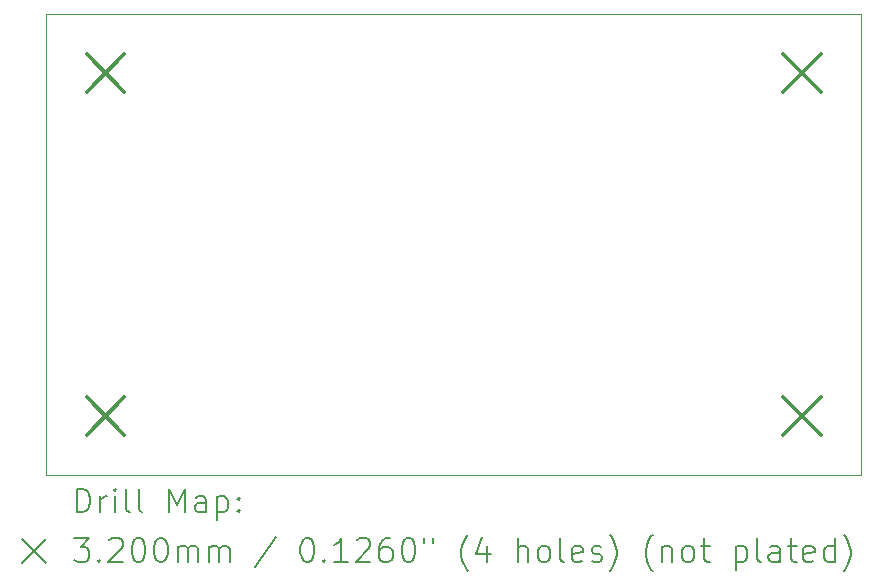
<source format=gbr>
%TF.GenerationSoftware,KiCad,Pcbnew,8.0.0*%
%TF.CreationDate,2024-03-03T11:25:23+11:00*%
%TF.ProjectId,BatteryCharger,42617474-6572-4794-9368-61726765722e,rev?*%
%TF.SameCoordinates,Original*%
%TF.FileFunction,Drillmap*%
%TF.FilePolarity,Positive*%
%FSLAX45Y45*%
G04 Gerber Fmt 4.5, Leading zero omitted, Abs format (unit mm)*
G04 Created by KiCad (PCBNEW 8.0.0) date 2024-03-03 11:25:23*
%MOMM*%
%LPD*%
G01*
G04 APERTURE LIST*
%ADD10C,0.100000*%
%ADD11C,0.200000*%
%ADD12C,0.320000*%
G04 APERTURE END LIST*
D10*
X9400000Y-8500000D02*
X16300000Y-8500000D01*
X16300000Y-12400000D01*
X9400000Y-12400000D01*
X9400000Y-8500000D01*
D11*
D12*
X9740000Y-8840000D02*
X10060000Y-9160000D01*
X10060000Y-8840000D02*
X9740000Y-9160000D01*
X9740000Y-11740000D02*
X10060000Y-12060000D01*
X10060000Y-11740000D02*
X9740000Y-12060000D01*
X15640000Y-8840000D02*
X15960000Y-9160000D01*
X15960000Y-8840000D02*
X15640000Y-9160000D01*
X15640000Y-11740000D02*
X15960000Y-12060000D01*
X15960000Y-11740000D02*
X15640000Y-12060000D01*
D11*
X9655777Y-12716484D02*
X9655777Y-12516484D01*
X9655777Y-12516484D02*
X9703396Y-12516484D01*
X9703396Y-12516484D02*
X9731967Y-12526008D01*
X9731967Y-12526008D02*
X9751015Y-12545055D01*
X9751015Y-12545055D02*
X9760539Y-12564103D01*
X9760539Y-12564103D02*
X9770063Y-12602198D01*
X9770063Y-12602198D02*
X9770063Y-12630769D01*
X9770063Y-12630769D02*
X9760539Y-12668865D01*
X9760539Y-12668865D02*
X9751015Y-12687912D01*
X9751015Y-12687912D02*
X9731967Y-12706960D01*
X9731967Y-12706960D02*
X9703396Y-12716484D01*
X9703396Y-12716484D02*
X9655777Y-12716484D01*
X9855777Y-12716484D02*
X9855777Y-12583150D01*
X9855777Y-12621246D02*
X9865301Y-12602198D01*
X9865301Y-12602198D02*
X9874824Y-12592674D01*
X9874824Y-12592674D02*
X9893872Y-12583150D01*
X9893872Y-12583150D02*
X9912920Y-12583150D01*
X9979586Y-12716484D02*
X9979586Y-12583150D01*
X9979586Y-12516484D02*
X9970063Y-12526008D01*
X9970063Y-12526008D02*
X9979586Y-12535531D01*
X9979586Y-12535531D02*
X9989110Y-12526008D01*
X9989110Y-12526008D02*
X9979586Y-12516484D01*
X9979586Y-12516484D02*
X9979586Y-12535531D01*
X10103396Y-12716484D02*
X10084348Y-12706960D01*
X10084348Y-12706960D02*
X10074824Y-12687912D01*
X10074824Y-12687912D02*
X10074824Y-12516484D01*
X10208158Y-12716484D02*
X10189110Y-12706960D01*
X10189110Y-12706960D02*
X10179586Y-12687912D01*
X10179586Y-12687912D02*
X10179586Y-12516484D01*
X10436729Y-12716484D02*
X10436729Y-12516484D01*
X10436729Y-12516484D02*
X10503396Y-12659341D01*
X10503396Y-12659341D02*
X10570063Y-12516484D01*
X10570063Y-12516484D02*
X10570063Y-12716484D01*
X10751015Y-12716484D02*
X10751015Y-12611722D01*
X10751015Y-12611722D02*
X10741491Y-12592674D01*
X10741491Y-12592674D02*
X10722444Y-12583150D01*
X10722444Y-12583150D02*
X10684348Y-12583150D01*
X10684348Y-12583150D02*
X10665301Y-12592674D01*
X10751015Y-12706960D02*
X10731967Y-12716484D01*
X10731967Y-12716484D02*
X10684348Y-12716484D01*
X10684348Y-12716484D02*
X10665301Y-12706960D01*
X10665301Y-12706960D02*
X10655777Y-12687912D01*
X10655777Y-12687912D02*
X10655777Y-12668865D01*
X10655777Y-12668865D02*
X10665301Y-12649817D01*
X10665301Y-12649817D02*
X10684348Y-12640293D01*
X10684348Y-12640293D02*
X10731967Y-12640293D01*
X10731967Y-12640293D02*
X10751015Y-12630769D01*
X10846253Y-12583150D02*
X10846253Y-12783150D01*
X10846253Y-12592674D02*
X10865301Y-12583150D01*
X10865301Y-12583150D02*
X10903396Y-12583150D01*
X10903396Y-12583150D02*
X10922444Y-12592674D01*
X10922444Y-12592674D02*
X10931967Y-12602198D01*
X10931967Y-12602198D02*
X10941491Y-12621246D01*
X10941491Y-12621246D02*
X10941491Y-12678388D01*
X10941491Y-12678388D02*
X10931967Y-12697436D01*
X10931967Y-12697436D02*
X10922444Y-12706960D01*
X10922444Y-12706960D02*
X10903396Y-12716484D01*
X10903396Y-12716484D02*
X10865301Y-12716484D01*
X10865301Y-12716484D02*
X10846253Y-12706960D01*
X11027205Y-12697436D02*
X11036729Y-12706960D01*
X11036729Y-12706960D02*
X11027205Y-12716484D01*
X11027205Y-12716484D02*
X11017682Y-12706960D01*
X11017682Y-12706960D02*
X11027205Y-12697436D01*
X11027205Y-12697436D02*
X11027205Y-12716484D01*
X11027205Y-12592674D02*
X11036729Y-12602198D01*
X11036729Y-12602198D02*
X11027205Y-12611722D01*
X11027205Y-12611722D02*
X11017682Y-12602198D01*
X11017682Y-12602198D02*
X11027205Y-12592674D01*
X11027205Y-12592674D02*
X11027205Y-12611722D01*
X9195000Y-12945000D02*
X9395000Y-13145000D01*
X9395000Y-12945000D02*
X9195000Y-13145000D01*
X9636729Y-12936484D02*
X9760539Y-12936484D01*
X9760539Y-12936484D02*
X9693872Y-13012674D01*
X9693872Y-13012674D02*
X9722444Y-13012674D01*
X9722444Y-13012674D02*
X9741491Y-13022198D01*
X9741491Y-13022198D02*
X9751015Y-13031722D01*
X9751015Y-13031722D02*
X9760539Y-13050769D01*
X9760539Y-13050769D02*
X9760539Y-13098388D01*
X9760539Y-13098388D02*
X9751015Y-13117436D01*
X9751015Y-13117436D02*
X9741491Y-13126960D01*
X9741491Y-13126960D02*
X9722444Y-13136484D01*
X9722444Y-13136484D02*
X9665301Y-13136484D01*
X9665301Y-13136484D02*
X9646253Y-13126960D01*
X9646253Y-13126960D02*
X9636729Y-13117436D01*
X9846253Y-13117436D02*
X9855777Y-13126960D01*
X9855777Y-13126960D02*
X9846253Y-13136484D01*
X9846253Y-13136484D02*
X9836729Y-13126960D01*
X9836729Y-13126960D02*
X9846253Y-13117436D01*
X9846253Y-13117436D02*
X9846253Y-13136484D01*
X9931967Y-12955531D02*
X9941491Y-12946008D01*
X9941491Y-12946008D02*
X9960539Y-12936484D01*
X9960539Y-12936484D02*
X10008158Y-12936484D01*
X10008158Y-12936484D02*
X10027205Y-12946008D01*
X10027205Y-12946008D02*
X10036729Y-12955531D01*
X10036729Y-12955531D02*
X10046253Y-12974579D01*
X10046253Y-12974579D02*
X10046253Y-12993627D01*
X10046253Y-12993627D02*
X10036729Y-13022198D01*
X10036729Y-13022198D02*
X9922444Y-13136484D01*
X9922444Y-13136484D02*
X10046253Y-13136484D01*
X10170063Y-12936484D02*
X10189110Y-12936484D01*
X10189110Y-12936484D02*
X10208158Y-12946008D01*
X10208158Y-12946008D02*
X10217682Y-12955531D01*
X10217682Y-12955531D02*
X10227205Y-12974579D01*
X10227205Y-12974579D02*
X10236729Y-13012674D01*
X10236729Y-13012674D02*
X10236729Y-13060293D01*
X10236729Y-13060293D02*
X10227205Y-13098388D01*
X10227205Y-13098388D02*
X10217682Y-13117436D01*
X10217682Y-13117436D02*
X10208158Y-13126960D01*
X10208158Y-13126960D02*
X10189110Y-13136484D01*
X10189110Y-13136484D02*
X10170063Y-13136484D01*
X10170063Y-13136484D02*
X10151015Y-13126960D01*
X10151015Y-13126960D02*
X10141491Y-13117436D01*
X10141491Y-13117436D02*
X10131967Y-13098388D01*
X10131967Y-13098388D02*
X10122444Y-13060293D01*
X10122444Y-13060293D02*
X10122444Y-13012674D01*
X10122444Y-13012674D02*
X10131967Y-12974579D01*
X10131967Y-12974579D02*
X10141491Y-12955531D01*
X10141491Y-12955531D02*
X10151015Y-12946008D01*
X10151015Y-12946008D02*
X10170063Y-12936484D01*
X10360539Y-12936484D02*
X10379586Y-12936484D01*
X10379586Y-12936484D02*
X10398634Y-12946008D01*
X10398634Y-12946008D02*
X10408158Y-12955531D01*
X10408158Y-12955531D02*
X10417682Y-12974579D01*
X10417682Y-12974579D02*
X10427205Y-13012674D01*
X10427205Y-13012674D02*
X10427205Y-13060293D01*
X10427205Y-13060293D02*
X10417682Y-13098388D01*
X10417682Y-13098388D02*
X10408158Y-13117436D01*
X10408158Y-13117436D02*
X10398634Y-13126960D01*
X10398634Y-13126960D02*
X10379586Y-13136484D01*
X10379586Y-13136484D02*
X10360539Y-13136484D01*
X10360539Y-13136484D02*
X10341491Y-13126960D01*
X10341491Y-13126960D02*
X10331967Y-13117436D01*
X10331967Y-13117436D02*
X10322444Y-13098388D01*
X10322444Y-13098388D02*
X10312920Y-13060293D01*
X10312920Y-13060293D02*
X10312920Y-13012674D01*
X10312920Y-13012674D02*
X10322444Y-12974579D01*
X10322444Y-12974579D02*
X10331967Y-12955531D01*
X10331967Y-12955531D02*
X10341491Y-12946008D01*
X10341491Y-12946008D02*
X10360539Y-12936484D01*
X10512920Y-13136484D02*
X10512920Y-13003150D01*
X10512920Y-13022198D02*
X10522444Y-13012674D01*
X10522444Y-13012674D02*
X10541491Y-13003150D01*
X10541491Y-13003150D02*
X10570063Y-13003150D01*
X10570063Y-13003150D02*
X10589110Y-13012674D01*
X10589110Y-13012674D02*
X10598634Y-13031722D01*
X10598634Y-13031722D02*
X10598634Y-13136484D01*
X10598634Y-13031722D02*
X10608158Y-13012674D01*
X10608158Y-13012674D02*
X10627205Y-13003150D01*
X10627205Y-13003150D02*
X10655777Y-13003150D01*
X10655777Y-13003150D02*
X10674825Y-13012674D01*
X10674825Y-13012674D02*
X10684348Y-13031722D01*
X10684348Y-13031722D02*
X10684348Y-13136484D01*
X10779586Y-13136484D02*
X10779586Y-13003150D01*
X10779586Y-13022198D02*
X10789110Y-13012674D01*
X10789110Y-13012674D02*
X10808158Y-13003150D01*
X10808158Y-13003150D02*
X10836729Y-13003150D01*
X10836729Y-13003150D02*
X10855777Y-13012674D01*
X10855777Y-13012674D02*
X10865301Y-13031722D01*
X10865301Y-13031722D02*
X10865301Y-13136484D01*
X10865301Y-13031722D02*
X10874825Y-13012674D01*
X10874825Y-13012674D02*
X10893872Y-13003150D01*
X10893872Y-13003150D02*
X10922444Y-13003150D01*
X10922444Y-13003150D02*
X10941491Y-13012674D01*
X10941491Y-13012674D02*
X10951015Y-13031722D01*
X10951015Y-13031722D02*
X10951015Y-13136484D01*
X11341491Y-12926960D02*
X11170063Y-13184103D01*
X11598634Y-12936484D02*
X11617682Y-12936484D01*
X11617682Y-12936484D02*
X11636729Y-12946008D01*
X11636729Y-12946008D02*
X11646253Y-12955531D01*
X11646253Y-12955531D02*
X11655777Y-12974579D01*
X11655777Y-12974579D02*
X11665301Y-13012674D01*
X11665301Y-13012674D02*
X11665301Y-13060293D01*
X11665301Y-13060293D02*
X11655777Y-13098388D01*
X11655777Y-13098388D02*
X11646253Y-13117436D01*
X11646253Y-13117436D02*
X11636729Y-13126960D01*
X11636729Y-13126960D02*
X11617682Y-13136484D01*
X11617682Y-13136484D02*
X11598634Y-13136484D01*
X11598634Y-13136484D02*
X11579586Y-13126960D01*
X11579586Y-13126960D02*
X11570063Y-13117436D01*
X11570063Y-13117436D02*
X11560539Y-13098388D01*
X11560539Y-13098388D02*
X11551015Y-13060293D01*
X11551015Y-13060293D02*
X11551015Y-13012674D01*
X11551015Y-13012674D02*
X11560539Y-12974579D01*
X11560539Y-12974579D02*
X11570063Y-12955531D01*
X11570063Y-12955531D02*
X11579586Y-12946008D01*
X11579586Y-12946008D02*
X11598634Y-12936484D01*
X11751015Y-13117436D02*
X11760539Y-13126960D01*
X11760539Y-13126960D02*
X11751015Y-13136484D01*
X11751015Y-13136484D02*
X11741491Y-13126960D01*
X11741491Y-13126960D02*
X11751015Y-13117436D01*
X11751015Y-13117436D02*
X11751015Y-13136484D01*
X11951015Y-13136484D02*
X11836729Y-13136484D01*
X11893872Y-13136484D02*
X11893872Y-12936484D01*
X11893872Y-12936484D02*
X11874825Y-12965055D01*
X11874825Y-12965055D02*
X11855777Y-12984103D01*
X11855777Y-12984103D02*
X11836729Y-12993627D01*
X12027206Y-12955531D02*
X12036729Y-12946008D01*
X12036729Y-12946008D02*
X12055777Y-12936484D01*
X12055777Y-12936484D02*
X12103396Y-12936484D01*
X12103396Y-12936484D02*
X12122444Y-12946008D01*
X12122444Y-12946008D02*
X12131967Y-12955531D01*
X12131967Y-12955531D02*
X12141491Y-12974579D01*
X12141491Y-12974579D02*
X12141491Y-12993627D01*
X12141491Y-12993627D02*
X12131967Y-13022198D01*
X12131967Y-13022198D02*
X12017682Y-13136484D01*
X12017682Y-13136484D02*
X12141491Y-13136484D01*
X12312920Y-12936484D02*
X12274825Y-12936484D01*
X12274825Y-12936484D02*
X12255777Y-12946008D01*
X12255777Y-12946008D02*
X12246253Y-12955531D01*
X12246253Y-12955531D02*
X12227206Y-12984103D01*
X12227206Y-12984103D02*
X12217682Y-13022198D01*
X12217682Y-13022198D02*
X12217682Y-13098388D01*
X12217682Y-13098388D02*
X12227206Y-13117436D01*
X12227206Y-13117436D02*
X12236729Y-13126960D01*
X12236729Y-13126960D02*
X12255777Y-13136484D01*
X12255777Y-13136484D02*
X12293872Y-13136484D01*
X12293872Y-13136484D02*
X12312920Y-13126960D01*
X12312920Y-13126960D02*
X12322444Y-13117436D01*
X12322444Y-13117436D02*
X12331967Y-13098388D01*
X12331967Y-13098388D02*
X12331967Y-13050769D01*
X12331967Y-13050769D02*
X12322444Y-13031722D01*
X12322444Y-13031722D02*
X12312920Y-13022198D01*
X12312920Y-13022198D02*
X12293872Y-13012674D01*
X12293872Y-13012674D02*
X12255777Y-13012674D01*
X12255777Y-13012674D02*
X12236729Y-13022198D01*
X12236729Y-13022198D02*
X12227206Y-13031722D01*
X12227206Y-13031722D02*
X12217682Y-13050769D01*
X12455777Y-12936484D02*
X12474825Y-12936484D01*
X12474825Y-12936484D02*
X12493872Y-12946008D01*
X12493872Y-12946008D02*
X12503396Y-12955531D01*
X12503396Y-12955531D02*
X12512920Y-12974579D01*
X12512920Y-12974579D02*
X12522444Y-13012674D01*
X12522444Y-13012674D02*
X12522444Y-13060293D01*
X12522444Y-13060293D02*
X12512920Y-13098388D01*
X12512920Y-13098388D02*
X12503396Y-13117436D01*
X12503396Y-13117436D02*
X12493872Y-13126960D01*
X12493872Y-13126960D02*
X12474825Y-13136484D01*
X12474825Y-13136484D02*
X12455777Y-13136484D01*
X12455777Y-13136484D02*
X12436729Y-13126960D01*
X12436729Y-13126960D02*
X12427206Y-13117436D01*
X12427206Y-13117436D02*
X12417682Y-13098388D01*
X12417682Y-13098388D02*
X12408158Y-13060293D01*
X12408158Y-13060293D02*
X12408158Y-13012674D01*
X12408158Y-13012674D02*
X12417682Y-12974579D01*
X12417682Y-12974579D02*
X12427206Y-12955531D01*
X12427206Y-12955531D02*
X12436729Y-12946008D01*
X12436729Y-12946008D02*
X12455777Y-12936484D01*
X12598634Y-12936484D02*
X12598634Y-12974579D01*
X12674825Y-12936484D02*
X12674825Y-12974579D01*
X12970063Y-13212674D02*
X12960539Y-13203150D01*
X12960539Y-13203150D02*
X12941491Y-13174579D01*
X12941491Y-13174579D02*
X12931968Y-13155531D01*
X12931968Y-13155531D02*
X12922444Y-13126960D01*
X12922444Y-13126960D02*
X12912920Y-13079341D01*
X12912920Y-13079341D02*
X12912920Y-13041246D01*
X12912920Y-13041246D02*
X12922444Y-12993627D01*
X12922444Y-12993627D02*
X12931968Y-12965055D01*
X12931968Y-12965055D02*
X12941491Y-12946008D01*
X12941491Y-12946008D02*
X12960539Y-12917436D01*
X12960539Y-12917436D02*
X12970063Y-12907912D01*
X13131968Y-13003150D02*
X13131968Y-13136484D01*
X13084348Y-12926960D02*
X13036729Y-13069817D01*
X13036729Y-13069817D02*
X13160539Y-13069817D01*
X13389110Y-13136484D02*
X13389110Y-12936484D01*
X13474825Y-13136484D02*
X13474825Y-13031722D01*
X13474825Y-13031722D02*
X13465301Y-13012674D01*
X13465301Y-13012674D02*
X13446253Y-13003150D01*
X13446253Y-13003150D02*
X13417682Y-13003150D01*
X13417682Y-13003150D02*
X13398634Y-13012674D01*
X13398634Y-13012674D02*
X13389110Y-13022198D01*
X13598634Y-13136484D02*
X13579587Y-13126960D01*
X13579587Y-13126960D02*
X13570063Y-13117436D01*
X13570063Y-13117436D02*
X13560539Y-13098388D01*
X13560539Y-13098388D02*
X13560539Y-13041246D01*
X13560539Y-13041246D02*
X13570063Y-13022198D01*
X13570063Y-13022198D02*
X13579587Y-13012674D01*
X13579587Y-13012674D02*
X13598634Y-13003150D01*
X13598634Y-13003150D02*
X13627206Y-13003150D01*
X13627206Y-13003150D02*
X13646253Y-13012674D01*
X13646253Y-13012674D02*
X13655777Y-13022198D01*
X13655777Y-13022198D02*
X13665301Y-13041246D01*
X13665301Y-13041246D02*
X13665301Y-13098388D01*
X13665301Y-13098388D02*
X13655777Y-13117436D01*
X13655777Y-13117436D02*
X13646253Y-13126960D01*
X13646253Y-13126960D02*
X13627206Y-13136484D01*
X13627206Y-13136484D02*
X13598634Y-13136484D01*
X13779587Y-13136484D02*
X13760539Y-13126960D01*
X13760539Y-13126960D02*
X13751015Y-13107912D01*
X13751015Y-13107912D02*
X13751015Y-12936484D01*
X13931968Y-13126960D02*
X13912920Y-13136484D01*
X13912920Y-13136484D02*
X13874825Y-13136484D01*
X13874825Y-13136484D02*
X13855777Y-13126960D01*
X13855777Y-13126960D02*
X13846253Y-13107912D01*
X13846253Y-13107912D02*
X13846253Y-13031722D01*
X13846253Y-13031722D02*
X13855777Y-13012674D01*
X13855777Y-13012674D02*
X13874825Y-13003150D01*
X13874825Y-13003150D02*
X13912920Y-13003150D01*
X13912920Y-13003150D02*
X13931968Y-13012674D01*
X13931968Y-13012674D02*
X13941491Y-13031722D01*
X13941491Y-13031722D02*
X13941491Y-13050769D01*
X13941491Y-13050769D02*
X13846253Y-13069817D01*
X14017682Y-13126960D02*
X14036730Y-13136484D01*
X14036730Y-13136484D02*
X14074825Y-13136484D01*
X14074825Y-13136484D02*
X14093872Y-13126960D01*
X14093872Y-13126960D02*
X14103396Y-13107912D01*
X14103396Y-13107912D02*
X14103396Y-13098388D01*
X14103396Y-13098388D02*
X14093872Y-13079341D01*
X14093872Y-13079341D02*
X14074825Y-13069817D01*
X14074825Y-13069817D02*
X14046253Y-13069817D01*
X14046253Y-13069817D02*
X14027206Y-13060293D01*
X14027206Y-13060293D02*
X14017682Y-13041246D01*
X14017682Y-13041246D02*
X14017682Y-13031722D01*
X14017682Y-13031722D02*
X14027206Y-13012674D01*
X14027206Y-13012674D02*
X14046253Y-13003150D01*
X14046253Y-13003150D02*
X14074825Y-13003150D01*
X14074825Y-13003150D02*
X14093872Y-13012674D01*
X14170063Y-13212674D02*
X14179587Y-13203150D01*
X14179587Y-13203150D02*
X14198634Y-13174579D01*
X14198634Y-13174579D02*
X14208158Y-13155531D01*
X14208158Y-13155531D02*
X14217682Y-13126960D01*
X14217682Y-13126960D02*
X14227206Y-13079341D01*
X14227206Y-13079341D02*
X14227206Y-13041246D01*
X14227206Y-13041246D02*
X14217682Y-12993627D01*
X14217682Y-12993627D02*
X14208158Y-12965055D01*
X14208158Y-12965055D02*
X14198634Y-12946008D01*
X14198634Y-12946008D02*
X14179587Y-12917436D01*
X14179587Y-12917436D02*
X14170063Y-12907912D01*
X14531968Y-13212674D02*
X14522444Y-13203150D01*
X14522444Y-13203150D02*
X14503396Y-13174579D01*
X14503396Y-13174579D02*
X14493872Y-13155531D01*
X14493872Y-13155531D02*
X14484349Y-13126960D01*
X14484349Y-13126960D02*
X14474825Y-13079341D01*
X14474825Y-13079341D02*
X14474825Y-13041246D01*
X14474825Y-13041246D02*
X14484349Y-12993627D01*
X14484349Y-12993627D02*
X14493872Y-12965055D01*
X14493872Y-12965055D02*
X14503396Y-12946008D01*
X14503396Y-12946008D02*
X14522444Y-12917436D01*
X14522444Y-12917436D02*
X14531968Y-12907912D01*
X14608158Y-13003150D02*
X14608158Y-13136484D01*
X14608158Y-13022198D02*
X14617682Y-13012674D01*
X14617682Y-13012674D02*
X14636730Y-13003150D01*
X14636730Y-13003150D02*
X14665301Y-13003150D01*
X14665301Y-13003150D02*
X14684349Y-13012674D01*
X14684349Y-13012674D02*
X14693872Y-13031722D01*
X14693872Y-13031722D02*
X14693872Y-13136484D01*
X14817682Y-13136484D02*
X14798634Y-13126960D01*
X14798634Y-13126960D02*
X14789111Y-13117436D01*
X14789111Y-13117436D02*
X14779587Y-13098388D01*
X14779587Y-13098388D02*
X14779587Y-13041246D01*
X14779587Y-13041246D02*
X14789111Y-13022198D01*
X14789111Y-13022198D02*
X14798634Y-13012674D01*
X14798634Y-13012674D02*
X14817682Y-13003150D01*
X14817682Y-13003150D02*
X14846253Y-13003150D01*
X14846253Y-13003150D02*
X14865301Y-13012674D01*
X14865301Y-13012674D02*
X14874825Y-13022198D01*
X14874825Y-13022198D02*
X14884349Y-13041246D01*
X14884349Y-13041246D02*
X14884349Y-13098388D01*
X14884349Y-13098388D02*
X14874825Y-13117436D01*
X14874825Y-13117436D02*
X14865301Y-13126960D01*
X14865301Y-13126960D02*
X14846253Y-13136484D01*
X14846253Y-13136484D02*
X14817682Y-13136484D01*
X14941492Y-13003150D02*
X15017682Y-13003150D01*
X14970063Y-12936484D02*
X14970063Y-13107912D01*
X14970063Y-13107912D02*
X14979587Y-13126960D01*
X14979587Y-13126960D02*
X14998634Y-13136484D01*
X14998634Y-13136484D02*
X15017682Y-13136484D01*
X15236730Y-13003150D02*
X15236730Y-13203150D01*
X15236730Y-13012674D02*
X15255777Y-13003150D01*
X15255777Y-13003150D02*
X15293873Y-13003150D01*
X15293873Y-13003150D02*
X15312920Y-13012674D01*
X15312920Y-13012674D02*
X15322444Y-13022198D01*
X15322444Y-13022198D02*
X15331968Y-13041246D01*
X15331968Y-13041246D02*
X15331968Y-13098388D01*
X15331968Y-13098388D02*
X15322444Y-13117436D01*
X15322444Y-13117436D02*
X15312920Y-13126960D01*
X15312920Y-13126960D02*
X15293873Y-13136484D01*
X15293873Y-13136484D02*
X15255777Y-13136484D01*
X15255777Y-13136484D02*
X15236730Y-13126960D01*
X15446253Y-13136484D02*
X15427206Y-13126960D01*
X15427206Y-13126960D02*
X15417682Y-13107912D01*
X15417682Y-13107912D02*
X15417682Y-12936484D01*
X15608158Y-13136484D02*
X15608158Y-13031722D01*
X15608158Y-13031722D02*
X15598634Y-13012674D01*
X15598634Y-13012674D02*
X15579587Y-13003150D01*
X15579587Y-13003150D02*
X15541492Y-13003150D01*
X15541492Y-13003150D02*
X15522444Y-13012674D01*
X15608158Y-13126960D02*
X15589111Y-13136484D01*
X15589111Y-13136484D02*
X15541492Y-13136484D01*
X15541492Y-13136484D02*
X15522444Y-13126960D01*
X15522444Y-13126960D02*
X15512920Y-13107912D01*
X15512920Y-13107912D02*
X15512920Y-13088865D01*
X15512920Y-13088865D02*
X15522444Y-13069817D01*
X15522444Y-13069817D02*
X15541492Y-13060293D01*
X15541492Y-13060293D02*
X15589111Y-13060293D01*
X15589111Y-13060293D02*
X15608158Y-13050769D01*
X15674825Y-13003150D02*
X15751015Y-13003150D01*
X15703396Y-12936484D02*
X15703396Y-13107912D01*
X15703396Y-13107912D02*
X15712920Y-13126960D01*
X15712920Y-13126960D02*
X15731968Y-13136484D01*
X15731968Y-13136484D02*
X15751015Y-13136484D01*
X15893873Y-13126960D02*
X15874825Y-13136484D01*
X15874825Y-13136484D02*
X15836730Y-13136484D01*
X15836730Y-13136484D02*
X15817682Y-13126960D01*
X15817682Y-13126960D02*
X15808158Y-13107912D01*
X15808158Y-13107912D02*
X15808158Y-13031722D01*
X15808158Y-13031722D02*
X15817682Y-13012674D01*
X15817682Y-13012674D02*
X15836730Y-13003150D01*
X15836730Y-13003150D02*
X15874825Y-13003150D01*
X15874825Y-13003150D02*
X15893873Y-13012674D01*
X15893873Y-13012674D02*
X15903396Y-13031722D01*
X15903396Y-13031722D02*
X15903396Y-13050769D01*
X15903396Y-13050769D02*
X15808158Y-13069817D01*
X16074825Y-13136484D02*
X16074825Y-12936484D01*
X16074825Y-13126960D02*
X16055777Y-13136484D01*
X16055777Y-13136484D02*
X16017682Y-13136484D01*
X16017682Y-13136484D02*
X15998634Y-13126960D01*
X15998634Y-13126960D02*
X15989111Y-13117436D01*
X15989111Y-13117436D02*
X15979587Y-13098388D01*
X15979587Y-13098388D02*
X15979587Y-13041246D01*
X15979587Y-13041246D02*
X15989111Y-13022198D01*
X15989111Y-13022198D02*
X15998634Y-13012674D01*
X15998634Y-13012674D02*
X16017682Y-13003150D01*
X16017682Y-13003150D02*
X16055777Y-13003150D01*
X16055777Y-13003150D02*
X16074825Y-13012674D01*
X16151015Y-13212674D02*
X16160539Y-13203150D01*
X16160539Y-13203150D02*
X16179587Y-13174579D01*
X16179587Y-13174579D02*
X16189111Y-13155531D01*
X16189111Y-13155531D02*
X16198634Y-13126960D01*
X16198634Y-13126960D02*
X16208158Y-13079341D01*
X16208158Y-13079341D02*
X16208158Y-13041246D01*
X16208158Y-13041246D02*
X16198634Y-12993627D01*
X16198634Y-12993627D02*
X16189111Y-12965055D01*
X16189111Y-12965055D02*
X16179587Y-12946008D01*
X16179587Y-12946008D02*
X16160539Y-12917436D01*
X16160539Y-12917436D02*
X16151015Y-12907912D01*
M02*

</source>
